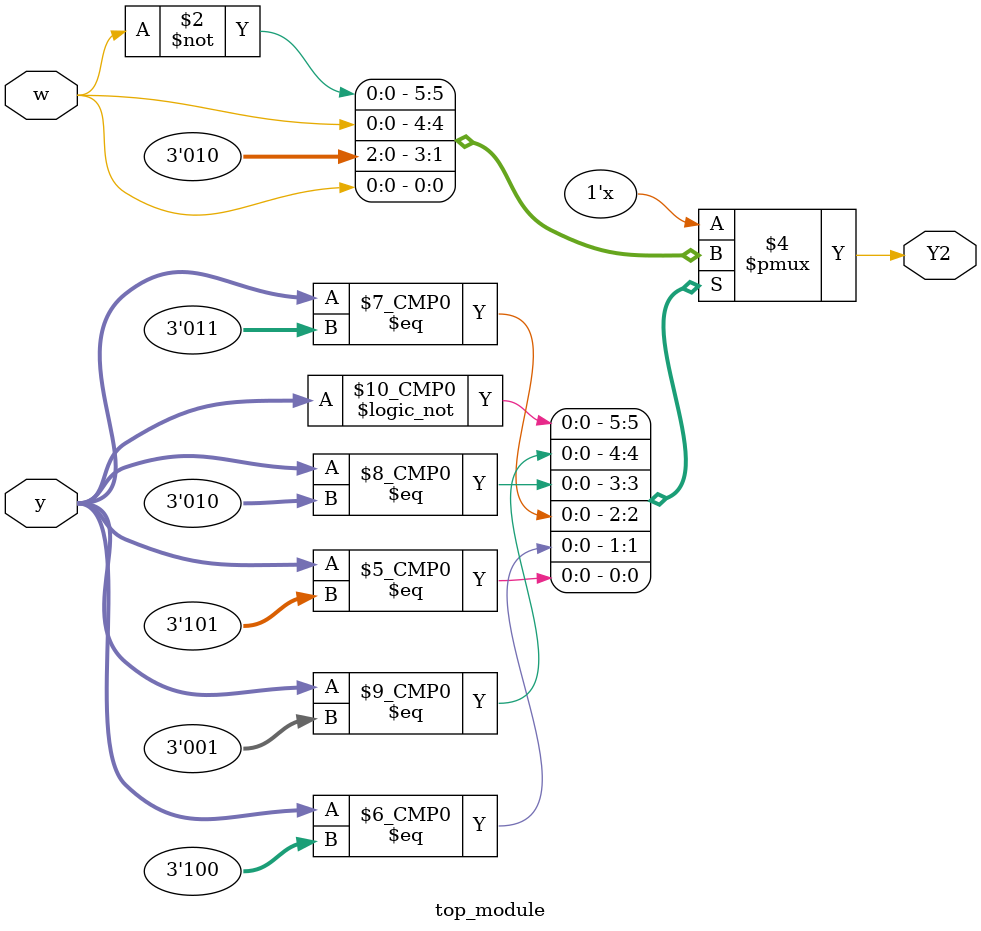
<source format=sv>
module top_module(
    input [3:1] y,
    input w,
    output reg Y2
);

always @(*) begin
    case (y)
        3'b000: Y2 = ~w;
        3'b001: Y2 = w;
        3'b010: Y2 = 1'b0;
        3'b011: Y2 = 1'b1;
        3'b100: Y2 = 1'b0;
        3'b101: Y2 = w;
        default: Y2 = 1'bx;
    endcase
end

endmodule

</source>
